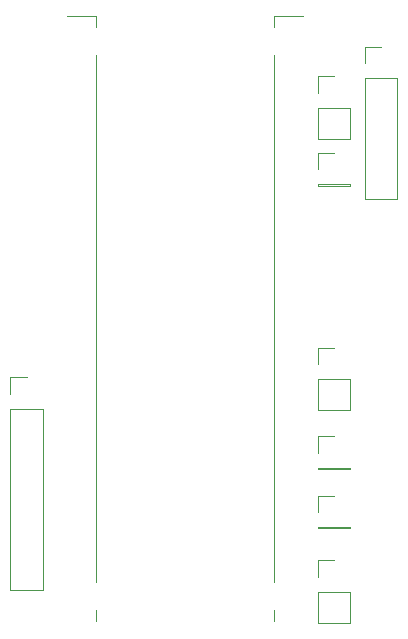
<source format=gbr>
%TF.GenerationSoftware,KiCad,Pcbnew,9.0.3*%
%TF.CreationDate,2025-08-22T09:44:06+02:00*%
%TF.ProjectId,kord,6b6f7264-2e6b-4696-9361-645f70636258,rev?*%
%TF.SameCoordinates,Original*%
%TF.FileFunction,Legend,Top*%
%TF.FilePolarity,Positive*%
%FSLAX46Y46*%
G04 Gerber Fmt 4.6, Leading zero omitted, Abs format (unit mm)*
G04 Created by KiCad (PCBNEW 9.0.3) date 2025-08-22 09:44:06*
%MOMM*%
%LPD*%
G01*
G04 APERTURE LIST*
%ADD10C,0.120000*%
G04 APERTURE END LIST*
D10*
%TO.C,REF\u002A\u002A*%
X164620000Y-104120000D02*
X166000000Y-104120000D01*
X164620000Y-105500000D02*
X164620000Y-104120000D01*
X164620000Y-106770000D02*
X164620000Y-109420000D01*
X164620000Y-106770000D02*
X167380000Y-106770000D01*
X164620000Y-109420000D02*
X167380000Y-109420000D01*
X167380000Y-106770000D02*
X167380000Y-109420000D01*
X164620000Y-98620000D02*
X166000000Y-98620000D01*
X164620000Y-100000000D02*
X164620000Y-98620000D01*
X164620000Y-101270000D02*
X164620000Y-101380000D01*
X164620000Y-101270000D02*
X167380000Y-101270000D01*
X164620000Y-101380000D02*
X167380000Y-101380000D01*
X167380000Y-101270000D02*
X167380000Y-101380000D01*
X164620000Y-69620000D02*
X166000000Y-69620000D01*
X164620000Y-71000000D02*
X164620000Y-69620000D01*
X164620000Y-72270000D02*
X164620000Y-72380000D01*
X164620000Y-72270000D02*
X167380000Y-72270000D01*
X164620000Y-72380000D02*
X167380000Y-72380000D01*
X167380000Y-72270000D02*
X167380000Y-72380000D01*
X164620000Y-86120000D02*
X166000000Y-86120000D01*
X164620000Y-87500000D02*
X164620000Y-86120000D01*
X164620000Y-88770000D02*
X164620000Y-91420000D01*
X164620000Y-88770000D02*
X167380000Y-88770000D01*
X164620000Y-91420000D02*
X167380000Y-91420000D01*
X167380000Y-88770000D02*
X167380000Y-91420000D01*
X164620000Y-93620000D02*
X166000000Y-93620000D01*
X164620000Y-95000000D02*
X164620000Y-93620000D01*
X164620000Y-96270000D02*
X164620000Y-96380000D01*
X164620000Y-96270000D02*
X167380000Y-96270000D01*
X164620000Y-96380000D02*
X167380000Y-96380000D01*
X167380000Y-96270000D02*
X167380000Y-96380000D01*
X164620000Y-63120000D02*
X166000000Y-63120000D01*
X164620000Y-64500000D02*
X164620000Y-63120000D01*
X164620000Y-65770000D02*
X164620000Y-68420000D01*
X164620000Y-65770000D02*
X167380000Y-65770000D01*
X164620000Y-68420000D02*
X167380000Y-68420000D01*
X167380000Y-65770000D02*
X167380000Y-68420000D01*
X138620000Y-88620000D02*
X140000000Y-88620000D01*
X138620000Y-90000000D02*
X138620000Y-88620000D01*
X138620000Y-91270000D02*
X138620000Y-106620000D01*
X138620000Y-91270000D02*
X141380000Y-91270000D01*
X138620000Y-106620000D02*
X141380000Y-106620000D01*
X141380000Y-91270000D02*
X141380000Y-106620000D01*
X143390000Y-58020000D02*
X145880000Y-58020000D01*
X145880000Y-58020000D02*
X145880000Y-58933520D01*
X145880000Y-61326480D02*
X145880000Y-105933520D01*
X145880000Y-108326480D02*
X145880000Y-109240000D01*
X160900000Y-58020000D02*
X160900000Y-58933520D01*
X160900000Y-61326480D02*
X160900000Y-105933520D01*
X160900000Y-108326480D02*
X160900000Y-109240000D01*
X163390000Y-58020000D02*
X160900000Y-58020000D01*
X168620000Y-60620000D02*
X170000000Y-60620000D01*
X168620000Y-62000000D02*
X168620000Y-60620000D01*
X168620000Y-63270000D02*
X168620000Y-73540000D01*
X168620000Y-63270000D02*
X171380000Y-63270000D01*
X168620000Y-73540000D02*
X171380000Y-73540000D01*
X171380000Y-63270000D02*
X171380000Y-73540000D01*
%TD*%
M02*

</source>
